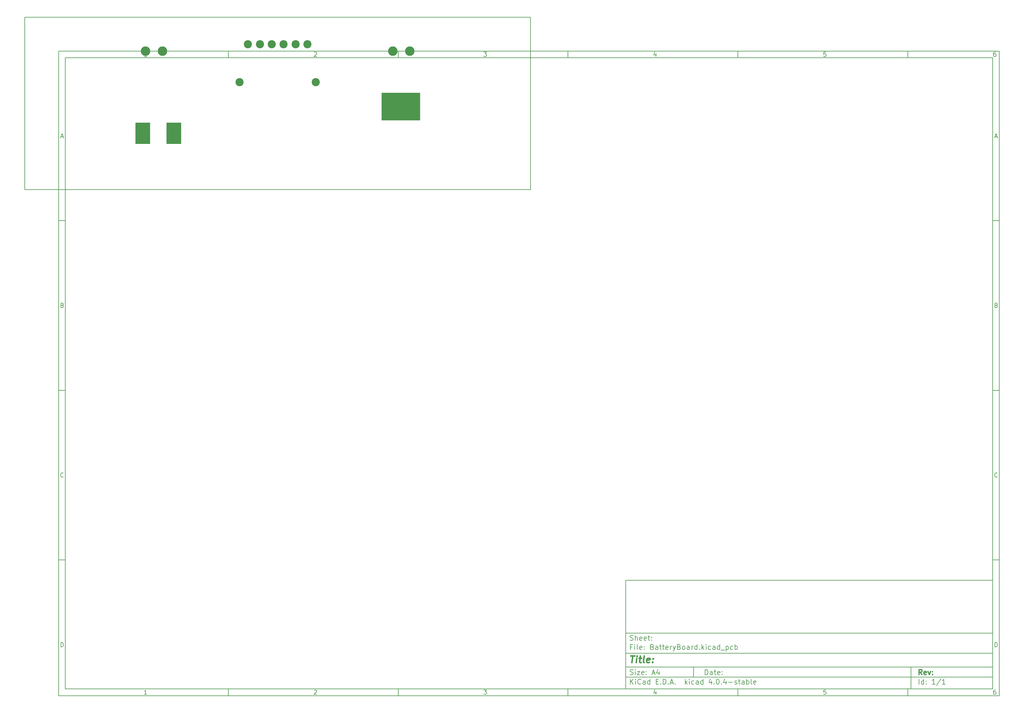
<source format=gbr>
G04 #@! TF.FileFunction,Soldermask,Bot*
%FSLAX46Y46*%
G04 Gerber Fmt 4.6, Leading zero omitted, Abs format (unit mm)*
G04 Created by KiCad (PCBNEW 4.0.4-stable) date Saturday, July 15, 2017 'PMt' 05:06:53 PM*
%MOMM*%
%LPD*%
G01*
G04 APERTURE LIST*
%ADD10C,0.100000*%
%ADD11C,0.150000*%
%ADD12C,0.300000*%
%ADD13C,0.400000*%
%ADD14C,2.400000*%
%ADD15R,2.370000X2.346000*%
%ADD16C,2.800000*%
%ADD17R,1.400000X1.400000*%
G04 APERTURE END LIST*
D10*
D11*
X177002200Y-166007200D02*
X177002200Y-198007200D01*
X285002200Y-198007200D01*
X285002200Y-166007200D01*
X177002200Y-166007200D01*
D10*
D11*
X10000000Y-10000000D02*
X10000000Y-200007200D01*
X287002200Y-200007200D01*
X287002200Y-10000000D01*
X10000000Y-10000000D01*
D10*
D11*
X12000000Y-12000000D02*
X12000000Y-198007200D01*
X285002200Y-198007200D01*
X285002200Y-12000000D01*
X12000000Y-12000000D01*
D10*
D11*
X60000000Y-12000000D02*
X60000000Y-10000000D01*
D10*
D11*
X110000000Y-12000000D02*
X110000000Y-10000000D01*
D10*
D11*
X160000000Y-12000000D02*
X160000000Y-10000000D01*
D10*
D11*
X210000000Y-12000000D02*
X210000000Y-10000000D01*
D10*
D11*
X260000000Y-12000000D02*
X260000000Y-10000000D01*
D10*
D11*
X35990476Y-11588095D02*
X35247619Y-11588095D01*
X35619048Y-11588095D02*
X35619048Y-10288095D01*
X35495238Y-10473810D01*
X35371429Y-10597619D01*
X35247619Y-10659524D01*
D10*
D11*
X85247619Y-10411905D02*
X85309524Y-10350000D01*
X85433333Y-10288095D01*
X85742857Y-10288095D01*
X85866667Y-10350000D01*
X85928571Y-10411905D01*
X85990476Y-10535714D01*
X85990476Y-10659524D01*
X85928571Y-10845238D01*
X85185714Y-11588095D01*
X85990476Y-11588095D01*
D10*
D11*
X135185714Y-10288095D02*
X135990476Y-10288095D01*
X135557143Y-10783333D01*
X135742857Y-10783333D01*
X135866667Y-10845238D01*
X135928571Y-10907143D01*
X135990476Y-11030952D01*
X135990476Y-11340476D01*
X135928571Y-11464286D01*
X135866667Y-11526190D01*
X135742857Y-11588095D01*
X135371429Y-11588095D01*
X135247619Y-11526190D01*
X135185714Y-11464286D01*
D10*
D11*
X185866667Y-10721429D02*
X185866667Y-11588095D01*
X185557143Y-10226190D02*
X185247619Y-11154762D01*
X186052381Y-11154762D01*
D10*
D11*
X235928571Y-10288095D02*
X235309524Y-10288095D01*
X235247619Y-10907143D01*
X235309524Y-10845238D01*
X235433333Y-10783333D01*
X235742857Y-10783333D01*
X235866667Y-10845238D01*
X235928571Y-10907143D01*
X235990476Y-11030952D01*
X235990476Y-11340476D01*
X235928571Y-11464286D01*
X235866667Y-11526190D01*
X235742857Y-11588095D01*
X235433333Y-11588095D01*
X235309524Y-11526190D01*
X235247619Y-11464286D01*
D10*
D11*
X285866667Y-10288095D02*
X285619048Y-10288095D01*
X285495238Y-10350000D01*
X285433333Y-10411905D01*
X285309524Y-10597619D01*
X285247619Y-10845238D01*
X285247619Y-11340476D01*
X285309524Y-11464286D01*
X285371429Y-11526190D01*
X285495238Y-11588095D01*
X285742857Y-11588095D01*
X285866667Y-11526190D01*
X285928571Y-11464286D01*
X285990476Y-11340476D01*
X285990476Y-11030952D01*
X285928571Y-10907143D01*
X285866667Y-10845238D01*
X285742857Y-10783333D01*
X285495238Y-10783333D01*
X285371429Y-10845238D01*
X285309524Y-10907143D01*
X285247619Y-11030952D01*
D10*
D11*
X60000000Y-198007200D02*
X60000000Y-200007200D01*
D10*
D11*
X110000000Y-198007200D02*
X110000000Y-200007200D01*
D10*
D11*
X160000000Y-198007200D02*
X160000000Y-200007200D01*
D10*
D11*
X210000000Y-198007200D02*
X210000000Y-200007200D01*
D10*
D11*
X260000000Y-198007200D02*
X260000000Y-200007200D01*
D10*
D11*
X35990476Y-199595295D02*
X35247619Y-199595295D01*
X35619048Y-199595295D02*
X35619048Y-198295295D01*
X35495238Y-198481010D01*
X35371429Y-198604819D01*
X35247619Y-198666724D01*
D10*
D11*
X85247619Y-198419105D02*
X85309524Y-198357200D01*
X85433333Y-198295295D01*
X85742857Y-198295295D01*
X85866667Y-198357200D01*
X85928571Y-198419105D01*
X85990476Y-198542914D01*
X85990476Y-198666724D01*
X85928571Y-198852438D01*
X85185714Y-199595295D01*
X85990476Y-199595295D01*
D10*
D11*
X135185714Y-198295295D02*
X135990476Y-198295295D01*
X135557143Y-198790533D01*
X135742857Y-198790533D01*
X135866667Y-198852438D01*
X135928571Y-198914343D01*
X135990476Y-199038152D01*
X135990476Y-199347676D01*
X135928571Y-199471486D01*
X135866667Y-199533390D01*
X135742857Y-199595295D01*
X135371429Y-199595295D01*
X135247619Y-199533390D01*
X135185714Y-199471486D01*
D10*
D11*
X185866667Y-198728629D02*
X185866667Y-199595295D01*
X185557143Y-198233390D02*
X185247619Y-199161962D01*
X186052381Y-199161962D01*
D10*
D11*
X235928571Y-198295295D02*
X235309524Y-198295295D01*
X235247619Y-198914343D01*
X235309524Y-198852438D01*
X235433333Y-198790533D01*
X235742857Y-198790533D01*
X235866667Y-198852438D01*
X235928571Y-198914343D01*
X235990476Y-199038152D01*
X235990476Y-199347676D01*
X235928571Y-199471486D01*
X235866667Y-199533390D01*
X235742857Y-199595295D01*
X235433333Y-199595295D01*
X235309524Y-199533390D01*
X235247619Y-199471486D01*
D10*
D11*
X285866667Y-198295295D02*
X285619048Y-198295295D01*
X285495238Y-198357200D01*
X285433333Y-198419105D01*
X285309524Y-198604819D01*
X285247619Y-198852438D01*
X285247619Y-199347676D01*
X285309524Y-199471486D01*
X285371429Y-199533390D01*
X285495238Y-199595295D01*
X285742857Y-199595295D01*
X285866667Y-199533390D01*
X285928571Y-199471486D01*
X285990476Y-199347676D01*
X285990476Y-199038152D01*
X285928571Y-198914343D01*
X285866667Y-198852438D01*
X285742857Y-198790533D01*
X285495238Y-198790533D01*
X285371429Y-198852438D01*
X285309524Y-198914343D01*
X285247619Y-199038152D01*
D10*
D11*
X10000000Y-60000000D02*
X12000000Y-60000000D01*
D10*
D11*
X10000000Y-110000000D02*
X12000000Y-110000000D01*
D10*
D11*
X10000000Y-160000000D02*
X12000000Y-160000000D01*
D10*
D11*
X10690476Y-35216667D02*
X11309524Y-35216667D01*
X10566667Y-35588095D02*
X11000000Y-34288095D01*
X11433333Y-35588095D01*
D10*
D11*
X11092857Y-84907143D02*
X11278571Y-84969048D01*
X11340476Y-85030952D01*
X11402381Y-85154762D01*
X11402381Y-85340476D01*
X11340476Y-85464286D01*
X11278571Y-85526190D01*
X11154762Y-85588095D01*
X10659524Y-85588095D01*
X10659524Y-84288095D01*
X11092857Y-84288095D01*
X11216667Y-84350000D01*
X11278571Y-84411905D01*
X11340476Y-84535714D01*
X11340476Y-84659524D01*
X11278571Y-84783333D01*
X11216667Y-84845238D01*
X11092857Y-84907143D01*
X10659524Y-84907143D01*
D10*
D11*
X11402381Y-135464286D02*
X11340476Y-135526190D01*
X11154762Y-135588095D01*
X11030952Y-135588095D01*
X10845238Y-135526190D01*
X10721429Y-135402381D01*
X10659524Y-135278571D01*
X10597619Y-135030952D01*
X10597619Y-134845238D01*
X10659524Y-134597619D01*
X10721429Y-134473810D01*
X10845238Y-134350000D01*
X11030952Y-134288095D01*
X11154762Y-134288095D01*
X11340476Y-134350000D01*
X11402381Y-134411905D01*
D10*
D11*
X10659524Y-185588095D02*
X10659524Y-184288095D01*
X10969048Y-184288095D01*
X11154762Y-184350000D01*
X11278571Y-184473810D01*
X11340476Y-184597619D01*
X11402381Y-184845238D01*
X11402381Y-185030952D01*
X11340476Y-185278571D01*
X11278571Y-185402381D01*
X11154762Y-185526190D01*
X10969048Y-185588095D01*
X10659524Y-185588095D01*
D10*
D11*
X287002200Y-60000000D02*
X285002200Y-60000000D01*
D10*
D11*
X287002200Y-110000000D02*
X285002200Y-110000000D01*
D10*
D11*
X287002200Y-160000000D02*
X285002200Y-160000000D01*
D10*
D11*
X285692676Y-35216667D02*
X286311724Y-35216667D01*
X285568867Y-35588095D02*
X286002200Y-34288095D01*
X286435533Y-35588095D01*
D10*
D11*
X286095057Y-84907143D02*
X286280771Y-84969048D01*
X286342676Y-85030952D01*
X286404581Y-85154762D01*
X286404581Y-85340476D01*
X286342676Y-85464286D01*
X286280771Y-85526190D01*
X286156962Y-85588095D01*
X285661724Y-85588095D01*
X285661724Y-84288095D01*
X286095057Y-84288095D01*
X286218867Y-84350000D01*
X286280771Y-84411905D01*
X286342676Y-84535714D01*
X286342676Y-84659524D01*
X286280771Y-84783333D01*
X286218867Y-84845238D01*
X286095057Y-84907143D01*
X285661724Y-84907143D01*
D10*
D11*
X286404581Y-135464286D02*
X286342676Y-135526190D01*
X286156962Y-135588095D01*
X286033152Y-135588095D01*
X285847438Y-135526190D01*
X285723629Y-135402381D01*
X285661724Y-135278571D01*
X285599819Y-135030952D01*
X285599819Y-134845238D01*
X285661724Y-134597619D01*
X285723629Y-134473810D01*
X285847438Y-134350000D01*
X286033152Y-134288095D01*
X286156962Y-134288095D01*
X286342676Y-134350000D01*
X286404581Y-134411905D01*
D10*
D11*
X285661724Y-185588095D02*
X285661724Y-184288095D01*
X285971248Y-184288095D01*
X286156962Y-184350000D01*
X286280771Y-184473810D01*
X286342676Y-184597619D01*
X286404581Y-184845238D01*
X286404581Y-185030952D01*
X286342676Y-185278571D01*
X286280771Y-185402381D01*
X286156962Y-185526190D01*
X285971248Y-185588095D01*
X285661724Y-185588095D01*
D10*
D11*
X200359343Y-193785771D02*
X200359343Y-192285771D01*
X200716486Y-192285771D01*
X200930771Y-192357200D01*
X201073629Y-192500057D01*
X201145057Y-192642914D01*
X201216486Y-192928629D01*
X201216486Y-193142914D01*
X201145057Y-193428629D01*
X201073629Y-193571486D01*
X200930771Y-193714343D01*
X200716486Y-193785771D01*
X200359343Y-193785771D01*
X202502200Y-193785771D02*
X202502200Y-193000057D01*
X202430771Y-192857200D01*
X202287914Y-192785771D01*
X202002200Y-192785771D01*
X201859343Y-192857200D01*
X202502200Y-193714343D02*
X202359343Y-193785771D01*
X202002200Y-193785771D01*
X201859343Y-193714343D01*
X201787914Y-193571486D01*
X201787914Y-193428629D01*
X201859343Y-193285771D01*
X202002200Y-193214343D01*
X202359343Y-193214343D01*
X202502200Y-193142914D01*
X203002200Y-192785771D02*
X203573629Y-192785771D01*
X203216486Y-192285771D02*
X203216486Y-193571486D01*
X203287914Y-193714343D01*
X203430772Y-193785771D01*
X203573629Y-193785771D01*
X204645057Y-193714343D02*
X204502200Y-193785771D01*
X204216486Y-193785771D01*
X204073629Y-193714343D01*
X204002200Y-193571486D01*
X204002200Y-193000057D01*
X204073629Y-192857200D01*
X204216486Y-192785771D01*
X204502200Y-192785771D01*
X204645057Y-192857200D01*
X204716486Y-193000057D01*
X204716486Y-193142914D01*
X204002200Y-193285771D01*
X205359343Y-193642914D02*
X205430771Y-193714343D01*
X205359343Y-193785771D01*
X205287914Y-193714343D01*
X205359343Y-193642914D01*
X205359343Y-193785771D01*
X205359343Y-192857200D02*
X205430771Y-192928629D01*
X205359343Y-193000057D01*
X205287914Y-192928629D01*
X205359343Y-192857200D01*
X205359343Y-193000057D01*
D10*
D11*
X177002200Y-194507200D02*
X285002200Y-194507200D01*
D10*
D11*
X178359343Y-196585771D02*
X178359343Y-195085771D01*
X179216486Y-196585771D02*
X178573629Y-195728629D01*
X179216486Y-195085771D02*
X178359343Y-195942914D01*
X179859343Y-196585771D02*
X179859343Y-195585771D01*
X179859343Y-195085771D02*
X179787914Y-195157200D01*
X179859343Y-195228629D01*
X179930771Y-195157200D01*
X179859343Y-195085771D01*
X179859343Y-195228629D01*
X181430772Y-196442914D02*
X181359343Y-196514343D01*
X181145057Y-196585771D01*
X181002200Y-196585771D01*
X180787915Y-196514343D01*
X180645057Y-196371486D01*
X180573629Y-196228629D01*
X180502200Y-195942914D01*
X180502200Y-195728629D01*
X180573629Y-195442914D01*
X180645057Y-195300057D01*
X180787915Y-195157200D01*
X181002200Y-195085771D01*
X181145057Y-195085771D01*
X181359343Y-195157200D01*
X181430772Y-195228629D01*
X182716486Y-196585771D02*
X182716486Y-195800057D01*
X182645057Y-195657200D01*
X182502200Y-195585771D01*
X182216486Y-195585771D01*
X182073629Y-195657200D01*
X182716486Y-196514343D02*
X182573629Y-196585771D01*
X182216486Y-196585771D01*
X182073629Y-196514343D01*
X182002200Y-196371486D01*
X182002200Y-196228629D01*
X182073629Y-196085771D01*
X182216486Y-196014343D01*
X182573629Y-196014343D01*
X182716486Y-195942914D01*
X184073629Y-196585771D02*
X184073629Y-195085771D01*
X184073629Y-196514343D02*
X183930772Y-196585771D01*
X183645058Y-196585771D01*
X183502200Y-196514343D01*
X183430772Y-196442914D01*
X183359343Y-196300057D01*
X183359343Y-195871486D01*
X183430772Y-195728629D01*
X183502200Y-195657200D01*
X183645058Y-195585771D01*
X183930772Y-195585771D01*
X184073629Y-195657200D01*
X185930772Y-195800057D02*
X186430772Y-195800057D01*
X186645058Y-196585771D02*
X185930772Y-196585771D01*
X185930772Y-195085771D01*
X186645058Y-195085771D01*
X187287915Y-196442914D02*
X187359343Y-196514343D01*
X187287915Y-196585771D01*
X187216486Y-196514343D01*
X187287915Y-196442914D01*
X187287915Y-196585771D01*
X188002201Y-196585771D02*
X188002201Y-195085771D01*
X188359344Y-195085771D01*
X188573629Y-195157200D01*
X188716487Y-195300057D01*
X188787915Y-195442914D01*
X188859344Y-195728629D01*
X188859344Y-195942914D01*
X188787915Y-196228629D01*
X188716487Y-196371486D01*
X188573629Y-196514343D01*
X188359344Y-196585771D01*
X188002201Y-196585771D01*
X189502201Y-196442914D02*
X189573629Y-196514343D01*
X189502201Y-196585771D01*
X189430772Y-196514343D01*
X189502201Y-196442914D01*
X189502201Y-196585771D01*
X190145058Y-196157200D02*
X190859344Y-196157200D01*
X190002201Y-196585771D02*
X190502201Y-195085771D01*
X191002201Y-196585771D01*
X191502201Y-196442914D02*
X191573629Y-196514343D01*
X191502201Y-196585771D01*
X191430772Y-196514343D01*
X191502201Y-196442914D01*
X191502201Y-196585771D01*
X194502201Y-196585771D02*
X194502201Y-195085771D01*
X194645058Y-196014343D02*
X195073629Y-196585771D01*
X195073629Y-195585771D02*
X194502201Y-196157200D01*
X195716487Y-196585771D02*
X195716487Y-195585771D01*
X195716487Y-195085771D02*
X195645058Y-195157200D01*
X195716487Y-195228629D01*
X195787915Y-195157200D01*
X195716487Y-195085771D01*
X195716487Y-195228629D01*
X197073630Y-196514343D02*
X196930773Y-196585771D01*
X196645059Y-196585771D01*
X196502201Y-196514343D01*
X196430773Y-196442914D01*
X196359344Y-196300057D01*
X196359344Y-195871486D01*
X196430773Y-195728629D01*
X196502201Y-195657200D01*
X196645059Y-195585771D01*
X196930773Y-195585771D01*
X197073630Y-195657200D01*
X198359344Y-196585771D02*
X198359344Y-195800057D01*
X198287915Y-195657200D01*
X198145058Y-195585771D01*
X197859344Y-195585771D01*
X197716487Y-195657200D01*
X198359344Y-196514343D02*
X198216487Y-196585771D01*
X197859344Y-196585771D01*
X197716487Y-196514343D01*
X197645058Y-196371486D01*
X197645058Y-196228629D01*
X197716487Y-196085771D01*
X197859344Y-196014343D01*
X198216487Y-196014343D01*
X198359344Y-195942914D01*
X199716487Y-196585771D02*
X199716487Y-195085771D01*
X199716487Y-196514343D02*
X199573630Y-196585771D01*
X199287916Y-196585771D01*
X199145058Y-196514343D01*
X199073630Y-196442914D01*
X199002201Y-196300057D01*
X199002201Y-195871486D01*
X199073630Y-195728629D01*
X199145058Y-195657200D01*
X199287916Y-195585771D01*
X199573630Y-195585771D01*
X199716487Y-195657200D01*
X202216487Y-195585771D02*
X202216487Y-196585771D01*
X201859344Y-195014343D02*
X201502201Y-196085771D01*
X202430773Y-196085771D01*
X203002201Y-196442914D02*
X203073629Y-196514343D01*
X203002201Y-196585771D01*
X202930772Y-196514343D01*
X203002201Y-196442914D01*
X203002201Y-196585771D01*
X204002201Y-195085771D02*
X204145058Y-195085771D01*
X204287915Y-195157200D01*
X204359344Y-195228629D01*
X204430773Y-195371486D01*
X204502201Y-195657200D01*
X204502201Y-196014343D01*
X204430773Y-196300057D01*
X204359344Y-196442914D01*
X204287915Y-196514343D01*
X204145058Y-196585771D01*
X204002201Y-196585771D01*
X203859344Y-196514343D01*
X203787915Y-196442914D01*
X203716487Y-196300057D01*
X203645058Y-196014343D01*
X203645058Y-195657200D01*
X203716487Y-195371486D01*
X203787915Y-195228629D01*
X203859344Y-195157200D01*
X204002201Y-195085771D01*
X205145058Y-196442914D02*
X205216486Y-196514343D01*
X205145058Y-196585771D01*
X205073629Y-196514343D01*
X205145058Y-196442914D01*
X205145058Y-196585771D01*
X206502201Y-195585771D02*
X206502201Y-196585771D01*
X206145058Y-195014343D02*
X205787915Y-196085771D01*
X206716487Y-196085771D01*
X207287915Y-196014343D02*
X208430772Y-196014343D01*
X209073629Y-196514343D02*
X209216486Y-196585771D01*
X209502201Y-196585771D01*
X209645058Y-196514343D01*
X209716486Y-196371486D01*
X209716486Y-196300057D01*
X209645058Y-196157200D01*
X209502201Y-196085771D01*
X209287915Y-196085771D01*
X209145058Y-196014343D01*
X209073629Y-195871486D01*
X209073629Y-195800057D01*
X209145058Y-195657200D01*
X209287915Y-195585771D01*
X209502201Y-195585771D01*
X209645058Y-195657200D01*
X210145058Y-195585771D02*
X210716487Y-195585771D01*
X210359344Y-195085771D02*
X210359344Y-196371486D01*
X210430772Y-196514343D01*
X210573630Y-196585771D01*
X210716487Y-196585771D01*
X211859344Y-196585771D02*
X211859344Y-195800057D01*
X211787915Y-195657200D01*
X211645058Y-195585771D01*
X211359344Y-195585771D01*
X211216487Y-195657200D01*
X211859344Y-196514343D02*
X211716487Y-196585771D01*
X211359344Y-196585771D01*
X211216487Y-196514343D01*
X211145058Y-196371486D01*
X211145058Y-196228629D01*
X211216487Y-196085771D01*
X211359344Y-196014343D01*
X211716487Y-196014343D01*
X211859344Y-195942914D01*
X212573630Y-196585771D02*
X212573630Y-195085771D01*
X212573630Y-195657200D02*
X212716487Y-195585771D01*
X213002201Y-195585771D01*
X213145058Y-195657200D01*
X213216487Y-195728629D01*
X213287916Y-195871486D01*
X213287916Y-196300057D01*
X213216487Y-196442914D01*
X213145058Y-196514343D01*
X213002201Y-196585771D01*
X212716487Y-196585771D01*
X212573630Y-196514343D01*
X214145059Y-196585771D02*
X214002201Y-196514343D01*
X213930773Y-196371486D01*
X213930773Y-195085771D01*
X215287915Y-196514343D02*
X215145058Y-196585771D01*
X214859344Y-196585771D01*
X214716487Y-196514343D01*
X214645058Y-196371486D01*
X214645058Y-195800057D01*
X214716487Y-195657200D01*
X214859344Y-195585771D01*
X215145058Y-195585771D01*
X215287915Y-195657200D01*
X215359344Y-195800057D01*
X215359344Y-195942914D01*
X214645058Y-196085771D01*
D10*
D11*
X177002200Y-191507200D02*
X285002200Y-191507200D01*
D10*
D12*
X264216486Y-193785771D02*
X263716486Y-193071486D01*
X263359343Y-193785771D02*
X263359343Y-192285771D01*
X263930771Y-192285771D01*
X264073629Y-192357200D01*
X264145057Y-192428629D01*
X264216486Y-192571486D01*
X264216486Y-192785771D01*
X264145057Y-192928629D01*
X264073629Y-193000057D01*
X263930771Y-193071486D01*
X263359343Y-193071486D01*
X265430771Y-193714343D02*
X265287914Y-193785771D01*
X265002200Y-193785771D01*
X264859343Y-193714343D01*
X264787914Y-193571486D01*
X264787914Y-193000057D01*
X264859343Y-192857200D01*
X265002200Y-192785771D01*
X265287914Y-192785771D01*
X265430771Y-192857200D01*
X265502200Y-193000057D01*
X265502200Y-193142914D01*
X264787914Y-193285771D01*
X266002200Y-192785771D02*
X266359343Y-193785771D01*
X266716485Y-192785771D01*
X267287914Y-193642914D02*
X267359342Y-193714343D01*
X267287914Y-193785771D01*
X267216485Y-193714343D01*
X267287914Y-193642914D01*
X267287914Y-193785771D01*
X267287914Y-192857200D02*
X267359342Y-192928629D01*
X267287914Y-193000057D01*
X267216485Y-192928629D01*
X267287914Y-192857200D01*
X267287914Y-193000057D01*
D10*
D11*
X178287914Y-193714343D02*
X178502200Y-193785771D01*
X178859343Y-193785771D01*
X179002200Y-193714343D01*
X179073629Y-193642914D01*
X179145057Y-193500057D01*
X179145057Y-193357200D01*
X179073629Y-193214343D01*
X179002200Y-193142914D01*
X178859343Y-193071486D01*
X178573629Y-193000057D01*
X178430771Y-192928629D01*
X178359343Y-192857200D01*
X178287914Y-192714343D01*
X178287914Y-192571486D01*
X178359343Y-192428629D01*
X178430771Y-192357200D01*
X178573629Y-192285771D01*
X178930771Y-192285771D01*
X179145057Y-192357200D01*
X179787914Y-193785771D02*
X179787914Y-192785771D01*
X179787914Y-192285771D02*
X179716485Y-192357200D01*
X179787914Y-192428629D01*
X179859342Y-192357200D01*
X179787914Y-192285771D01*
X179787914Y-192428629D01*
X180359343Y-192785771D02*
X181145057Y-192785771D01*
X180359343Y-193785771D01*
X181145057Y-193785771D01*
X182287914Y-193714343D02*
X182145057Y-193785771D01*
X181859343Y-193785771D01*
X181716486Y-193714343D01*
X181645057Y-193571486D01*
X181645057Y-193000057D01*
X181716486Y-192857200D01*
X181859343Y-192785771D01*
X182145057Y-192785771D01*
X182287914Y-192857200D01*
X182359343Y-193000057D01*
X182359343Y-193142914D01*
X181645057Y-193285771D01*
X183002200Y-193642914D02*
X183073628Y-193714343D01*
X183002200Y-193785771D01*
X182930771Y-193714343D01*
X183002200Y-193642914D01*
X183002200Y-193785771D01*
X183002200Y-192857200D02*
X183073628Y-192928629D01*
X183002200Y-193000057D01*
X182930771Y-192928629D01*
X183002200Y-192857200D01*
X183002200Y-193000057D01*
X184787914Y-193357200D02*
X185502200Y-193357200D01*
X184645057Y-193785771D02*
X185145057Y-192285771D01*
X185645057Y-193785771D01*
X186787914Y-192785771D02*
X186787914Y-193785771D01*
X186430771Y-192214343D02*
X186073628Y-193285771D01*
X187002200Y-193285771D01*
D10*
D11*
X263359343Y-196585771D02*
X263359343Y-195085771D01*
X264716486Y-196585771D02*
X264716486Y-195085771D01*
X264716486Y-196514343D02*
X264573629Y-196585771D01*
X264287915Y-196585771D01*
X264145057Y-196514343D01*
X264073629Y-196442914D01*
X264002200Y-196300057D01*
X264002200Y-195871486D01*
X264073629Y-195728629D01*
X264145057Y-195657200D01*
X264287915Y-195585771D01*
X264573629Y-195585771D01*
X264716486Y-195657200D01*
X265430772Y-196442914D02*
X265502200Y-196514343D01*
X265430772Y-196585771D01*
X265359343Y-196514343D01*
X265430772Y-196442914D01*
X265430772Y-196585771D01*
X265430772Y-195657200D02*
X265502200Y-195728629D01*
X265430772Y-195800057D01*
X265359343Y-195728629D01*
X265430772Y-195657200D01*
X265430772Y-195800057D01*
X268073629Y-196585771D02*
X267216486Y-196585771D01*
X267645058Y-196585771D02*
X267645058Y-195085771D01*
X267502201Y-195300057D01*
X267359343Y-195442914D01*
X267216486Y-195514343D01*
X269787914Y-195014343D02*
X268502200Y-196942914D01*
X271073629Y-196585771D02*
X270216486Y-196585771D01*
X270645058Y-196585771D02*
X270645058Y-195085771D01*
X270502201Y-195300057D01*
X270359343Y-195442914D01*
X270216486Y-195514343D01*
D10*
D11*
X177002200Y-187507200D02*
X285002200Y-187507200D01*
D10*
D13*
X178454581Y-188211962D02*
X179597438Y-188211962D01*
X178776010Y-190211962D02*
X179026010Y-188211962D01*
X180014105Y-190211962D02*
X180180771Y-188878629D01*
X180264105Y-188211962D02*
X180156962Y-188307200D01*
X180240295Y-188402438D01*
X180347439Y-188307200D01*
X180264105Y-188211962D01*
X180240295Y-188402438D01*
X180847438Y-188878629D02*
X181609343Y-188878629D01*
X181216486Y-188211962D02*
X181002200Y-189926248D01*
X181073630Y-190116724D01*
X181252201Y-190211962D01*
X181442677Y-190211962D01*
X182395058Y-190211962D02*
X182216487Y-190116724D01*
X182145057Y-189926248D01*
X182359343Y-188211962D01*
X183930772Y-190116724D02*
X183728391Y-190211962D01*
X183347439Y-190211962D01*
X183168867Y-190116724D01*
X183097438Y-189926248D01*
X183192676Y-189164343D01*
X183311724Y-188973867D01*
X183514105Y-188878629D01*
X183895057Y-188878629D01*
X184073629Y-188973867D01*
X184145057Y-189164343D01*
X184121248Y-189354819D01*
X183145057Y-189545295D01*
X184895057Y-190021486D02*
X184978392Y-190116724D01*
X184871248Y-190211962D01*
X184787915Y-190116724D01*
X184895057Y-190021486D01*
X184871248Y-190211962D01*
X185026010Y-188973867D02*
X185109344Y-189069105D01*
X185002200Y-189164343D01*
X184918867Y-189069105D01*
X185026010Y-188973867D01*
X185002200Y-189164343D01*
D10*
D11*
X178859343Y-185600057D02*
X178359343Y-185600057D01*
X178359343Y-186385771D02*
X178359343Y-184885771D01*
X179073629Y-184885771D01*
X179645057Y-186385771D02*
X179645057Y-185385771D01*
X179645057Y-184885771D02*
X179573628Y-184957200D01*
X179645057Y-185028629D01*
X179716485Y-184957200D01*
X179645057Y-184885771D01*
X179645057Y-185028629D01*
X180573629Y-186385771D02*
X180430771Y-186314343D01*
X180359343Y-186171486D01*
X180359343Y-184885771D01*
X181716485Y-186314343D02*
X181573628Y-186385771D01*
X181287914Y-186385771D01*
X181145057Y-186314343D01*
X181073628Y-186171486D01*
X181073628Y-185600057D01*
X181145057Y-185457200D01*
X181287914Y-185385771D01*
X181573628Y-185385771D01*
X181716485Y-185457200D01*
X181787914Y-185600057D01*
X181787914Y-185742914D01*
X181073628Y-185885771D01*
X182430771Y-186242914D02*
X182502199Y-186314343D01*
X182430771Y-186385771D01*
X182359342Y-186314343D01*
X182430771Y-186242914D01*
X182430771Y-186385771D01*
X182430771Y-185457200D02*
X182502199Y-185528629D01*
X182430771Y-185600057D01*
X182359342Y-185528629D01*
X182430771Y-185457200D01*
X182430771Y-185600057D01*
X184787914Y-185600057D02*
X185002200Y-185671486D01*
X185073628Y-185742914D01*
X185145057Y-185885771D01*
X185145057Y-186100057D01*
X185073628Y-186242914D01*
X185002200Y-186314343D01*
X184859342Y-186385771D01*
X184287914Y-186385771D01*
X184287914Y-184885771D01*
X184787914Y-184885771D01*
X184930771Y-184957200D01*
X185002200Y-185028629D01*
X185073628Y-185171486D01*
X185073628Y-185314343D01*
X185002200Y-185457200D01*
X184930771Y-185528629D01*
X184787914Y-185600057D01*
X184287914Y-185600057D01*
X186430771Y-186385771D02*
X186430771Y-185600057D01*
X186359342Y-185457200D01*
X186216485Y-185385771D01*
X185930771Y-185385771D01*
X185787914Y-185457200D01*
X186430771Y-186314343D02*
X186287914Y-186385771D01*
X185930771Y-186385771D01*
X185787914Y-186314343D01*
X185716485Y-186171486D01*
X185716485Y-186028629D01*
X185787914Y-185885771D01*
X185930771Y-185814343D01*
X186287914Y-185814343D01*
X186430771Y-185742914D01*
X186930771Y-185385771D02*
X187502200Y-185385771D01*
X187145057Y-184885771D02*
X187145057Y-186171486D01*
X187216485Y-186314343D01*
X187359343Y-186385771D01*
X187502200Y-186385771D01*
X187787914Y-185385771D02*
X188359343Y-185385771D01*
X188002200Y-184885771D02*
X188002200Y-186171486D01*
X188073628Y-186314343D01*
X188216486Y-186385771D01*
X188359343Y-186385771D01*
X189430771Y-186314343D02*
X189287914Y-186385771D01*
X189002200Y-186385771D01*
X188859343Y-186314343D01*
X188787914Y-186171486D01*
X188787914Y-185600057D01*
X188859343Y-185457200D01*
X189002200Y-185385771D01*
X189287914Y-185385771D01*
X189430771Y-185457200D01*
X189502200Y-185600057D01*
X189502200Y-185742914D01*
X188787914Y-185885771D01*
X190145057Y-186385771D02*
X190145057Y-185385771D01*
X190145057Y-185671486D02*
X190216485Y-185528629D01*
X190287914Y-185457200D01*
X190430771Y-185385771D01*
X190573628Y-185385771D01*
X190930771Y-185385771D02*
X191287914Y-186385771D01*
X191645056Y-185385771D02*
X191287914Y-186385771D01*
X191145056Y-186742914D01*
X191073628Y-186814343D01*
X190930771Y-186885771D01*
X192716485Y-185600057D02*
X192930771Y-185671486D01*
X193002199Y-185742914D01*
X193073628Y-185885771D01*
X193073628Y-186100057D01*
X193002199Y-186242914D01*
X192930771Y-186314343D01*
X192787913Y-186385771D01*
X192216485Y-186385771D01*
X192216485Y-184885771D01*
X192716485Y-184885771D01*
X192859342Y-184957200D01*
X192930771Y-185028629D01*
X193002199Y-185171486D01*
X193002199Y-185314343D01*
X192930771Y-185457200D01*
X192859342Y-185528629D01*
X192716485Y-185600057D01*
X192216485Y-185600057D01*
X193930771Y-186385771D02*
X193787913Y-186314343D01*
X193716485Y-186242914D01*
X193645056Y-186100057D01*
X193645056Y-185671486D01*
X193716485Y-185528629D01*
X193787913Y-185457200D01*
X193930771Y-185385771D01*
X194145056Y-185385771D01*
X194287913Y-185457200D01*
X194359342Y-185528629D01*
X194430771Y-185671486D01*
X194430771Y-186100057D01*
X194359342Y-186242914D01*
X194287913Y-186314343D01*
X194145056Y-186385771D01*
X193930771Y-186385771D01*
X195716485Y-186385771D02*
X195716485Y-185600057D01*
X195645056Y-185457200D01*
X195502199Y-185385771D01*
X195216485Y-185385771D01*
X195073628Y-185457200D01*
X195716485Y-186314343D02*
X195573628Y-186385771D01*
X195216485Y-186385771D01*
X195073628Y-186314343D01*
X195002199Y-186171486D01*
X195002199Y-186028629D01*
X195073628Y-185885771D01*
X195216485Y-185814343D01*
X195573628Y-185814343D01*
X195716485Y-185742914D01*
X196430771Y-186385771D02*
X196430771Y-185385771D01*
X196430771Y-185671486D02*
X196502199Y-185528629D01*
X196573628Y-185457200D01*
X196716485Y-185385771D01*
X196859342Y-185385771D01*
X198002199Y-186385771D02*
X198002199Y-184885771D01*
X198002199Y-186314343D02*
X197859342Y-186385771D01*
X197573628Y-186385771D01*
X197430770Y-186314343D01*
X197359342Y-186242914D01*
X197287913Y-186100057D01*
X197287913Y-185671486D01*
X197359342Y-185528629D01*
X197430770Y-185457200D01*
X197573628Y-185385771D01*
X197859342Y-185385771D01*
X198002199Y-185457200D01*
X198716485Y-186242914D02*
X198787913Y-186314343D01*
X198716485Y-186385771D01*
X198645056Y-186314343D01*
X198716485Y-186242914D01*
X198716485Y-186385771D01*
X199430771Y-186385771D02*
X199430771Y-184885771D01*
X199573628Y-185814343D02*
X200002199Y-186385771D01*
X200002199Y-185385771D02*
X199430771Y-185957200D01*
X200645057Y-186385771D02*
X200645057Y-185385771D01*
X200645057Y-184885771D02*
X200573628Y-184957200D01*
X200645057Y-185028629D01*
X200716485Y-184957200D01*
X200645057Y-184885771D01*
X200645057Y-185028629D01*
X202002200Y-186314343D02*
X201859343Y-186385771D01*
X201573629Y-186385771D01*
X201430771Y-186314343D01*
X201359343Y-186242914D01*
X201287914Y-186100057D01*
X201287914Y-185671486D01*
X201359343Y-185528629D01*
X201430771Y-185457200D01*
X201573629Y-185385771D01*
X201859343Y-185385771D01*
X202002200Y-185457200D01*
X203287914Y-186385771D02*
X203287914Y-185600057D01*
X203216485Y-185457200D01*
X203073628Y-185385771D01*
X202787914Y-185385771D01*
X202645057Y-185457200D01*
X203287914Y-186314343D02*
X203145057Y-186385771D01*
X202787914Y-186385771D01*
X202645057Y-186314343D01*
X202573628Y-186171486D01*
X202573628Y-186028629D01*
X202645057Y-185885771D01*
X202787914Y-185814343D01*
X203145057Y-185814343D01*
X203287914Y-185742914D01*
X204645057Y-186385771D02*
X204645057Y-184885771D01*
X204645057Y-186314343D02*
X204502200Y-186385771D01*
X204216486Y-186385771D01*
X204073628Y-186314343D01*
X204002200Y-186242914D01*
X203930771Y-186100057D01*
X203930771Y-185671486D01*
X204002200Y-185528629D01*
X204073628Y-185457200D01*
X204216486Y-185385771D01*
X204502200Y-185385771D01*
X204645057Y-185457200D01*
X205002200Y-186528629D02*
X206145057Y-186528629D01*
X206502200Y-185385771D02*
X206502200Y-186885771D01*
X206502200Y-185457200D02*
X206645057Y-185385771D01*
X206930771Y-185385771D01*
X207073628Y-185457200D01*
X207145057Y-185528629D01*
X207216486Y-185671486D01*
X207216486Y-186100057D01*
X207145057Y-186242914D01*
X207073628Y-186314343D01*
X206930771Y-186385771D01*
X206645057Y-186385771D01*
X206502200Y-186314343D01*
X208502200Y-186314343D02*
X208359343Y-186385771D01*
X208073629Y-186385771D01*
X207930771Y-186314343D01*
X207859343Y-186242914D01*
X207787914Y-186100057D01*
X207787914Y-185671486D01*
X207859343Y-185528629D01*
X207930771Y-185457200D01*
X208073629Y-185385771D01*
X208359343Y-185385771D01*
X208502200Y-185457200D01*
X209145057Y-186385771D02*
X209145057Y-184885771D01*
X209145057Y-185457200D02*
X209287914Y-185385771D01*
X209573628Y-185385771D01*
X209716485Y-185457200D01*
X209787914Y-185528629D01*
X209859343Y-185671486D01*
X209859343Y-186100057D01*
X209787914Y-186242914D01*
X209716485Y-186314343D01*
X209573628Y-186385771D01*
X209287914Y-186385771D01*
X209145057Y-186314343D01*
D10*
D11*
X177002200Y-181507200D02*
X285002200Y-181507200D01*
D10*
D11*
X178287914Y-183614343D02*
X178502200Y-183685771D01*
X178859343Y-183685771D01*
X179002200Y-183614343D01*
X179073629Y-183542914D01*
X179145057Y-183400057D01*
X179145057Y-183257200D01*
X179073629Y-183114343D01*
X179002200Y-183042914D01*
X178859343Y-182971486D01*
X178573629Y-182900057D01*
X178430771Y-182828629D01*
X178359343Y-182757200D01*
X178287914Y-182614343D01*
X178287914Y-182471486D01*
X178359343Y-182328629D01*
X178430771Y-182257200D01*
X178573629Y-182185771D01*
X178930771Y-182185771D01*
X179145057Y-182257200D01*
X179787914Y-183685771D02*
X179787914Y-182185771D01*
X180430771Y-183685771D02*
X180430771Y-182900057D01*
X180359342Y-182757200D01*
X180216485Y-182685771D01*
X180002200Y-182685771D01*
X179859342Y-182757200D01*
X179787914Y-182828629D01*
X181716485Y-183614343D02*
X181573628Y-183685771D01*
X181287914Y-183685771D01*
X181145057Y-183614343D01*
X181073628Y-183471486D01*
X181073628Y-182900057D01*
X181145057Y-182757200D01*
X181287914Y-182685771D01*
X181573628Y-182685771D01*
X181716485Y-182757200D01*
X181787914Y-182900057D01*
X181787914Y-183042914D01*
X181073628Y-183185771D01*
X183002199Y-183614343D02*
X182859342Y-183685771D01*
X182573628Y-183685771D01*
X182430771Y-183614343D01*
X182359342Y-183471486D01*
X182359342Y-182900057D01*
X182430771Y-182757200D01*
X182573628Y-182685771D01*
X182859342Y-182685771D01*
X183002199Y-182757200D01*
X183073628Y-182900057D01*
X183073628Y-183042914D01*
X182359342Y-183185771D01*
X183502199Y-182685771D02*
X184073628Y-182685771D01*
X183716485Y-182185771D02*
X183716485Y-183471486D01*
X183787913Y-183614343D01*
X183930771Y-183685771D01*
X184073628Y-183685771D01*
X184573628Y-183542914D02*
X184645056Y-183614343D01*
X184573628Y-183685771D01*
X184502199Y-183614343D01*
X184573628Y-183542914D01*
X184573628Y-183685771D01*
X184573628Y-182757200D02*
X184645056Y-182828629D01*
X184573628Y-182900057D01*
X184502199Y-182828629D01*
X184573628Y-182757200D01*
X184573628Y-182900057D01*
D10*
D11*
X197002200Y-191507200D02*
X197002200Y-194507200D01*
D10*
D11*
X261002200Y-191507200D02*
X261002200Y-198007200D01*
X0Y-50800000D02*
X148971000Y-50800000D01*
X0Y0D02*
X0Y-50800000D01*
X148971000Y0D02*
X148971000Y-50800000D01*
X0Y0D02*
X148971000Y0D01*
D14*
X83250000Y-8000000D03*
X79750000Y-8000000D03*
X76250000Y-8000000D03*
X72750000Y-8000000D03*
X69250000Y-8000000D03*
X65750000Y-8000000D03*
D15*
X35760000Y-34250000D03*
X33790000Y-34250000D03*
X33790000Y-36196000D03*
X35760000Y-36196000D03*
X35760000Y-32304000D03*
X33790000Y-32304000D03*
X44910000Y-34250000D03*
X42940000Y-34250000D03*
X42940000Y-36196000D03*
X44910000Y-36196000D03*
X44910000Y-32304000D03*
X42940000Y-32304000D03*
D14*
X63250000Y-19150000D03*
X85750000Y-19150000D03*
D16*
X40600000Y-10000000D03*
X35600000Y-10000000D03*
X113400000Y-10000000D03*
X108400000Y-10000000D03*
D17*
X105760000Y-22935000D03*
X106760000Y-22935000D03*
X106760000Y-23935000D03*
X105760000Y-23935000D03*
X107760000Y-23935000D03*
X108760000Y-23935000D03*
X108760000Y-22935000D03*
X107760000Y-22935000D03*
X111760000Y-22935000D03*
X112760000Y-22935000D03*
X112760000Y-23935000D03*
X111760000Y-23935000D03*
X109760000Y-23935000D03*
X110760000Y-23935000D03*
X110760000Y-22935000D03*
X109760000Y-22935000D03*
X113760000Y-22935000D03*
X113760000Y-23935000D03*
X114760000Y-23935000D03*
X115760000Y-23935000D03*
X115760000Y-22935000D03*
X114760000Y-22935000D03*
X114760000Y-24935000D03*
X115760000Y-24935000D03*
X115760000Y-25935000D03*
X114760000Y-25935000D03*
X113760000Y-25935000D03*
X113760000Y-24935000D03*
X109760000Y-24935000D03*
X110760000Y-24935000D03*
X110760000Y-25935000D03*
X109760000Y-25935000D03*
X111760000Y-25935000D03*
X112760000Y-25935000D03*
X112760000Y-24935000D03*
X111760000Y-24935000D03*
X107760000Y-24935000D03*
X108760000Y-24935000D03*
X108760000Y-25935000D03*
X107760000Y-25935000D03*
X105760000Y-25935000D03*
X106760000Y-25935000D03*
X106760000Y-24935000D03*
X105760000Y-24935000D03*
X105760000Y-27705000D03*
X105760000Y-26925000D03*
X106760000Y-26925000D03*
X106760000Y-27705000D03*
X107760000Y-27705000D03*
X108760000Y-27705000D03*
X108760000Y-26925000D03*
X109760000Y-27705000D03*
X110760000Y-26925000D03*
X107760000Y-26925000D03*
X110760000Y-27705000D03*
X109760000Y-26925000D03*
X109760000Y-28705000D03*
X110760000Y-28705000D03*
X110760000Y-29705000D03*
X109760000Y-29705000D03*
X111760000Y-29705000D03*
X108760000Y-28705000D03*
X111760000Y-28705000D03*
X108760000Y-29705000D03*
X114760000Y-27705000D03*
X115760000Y-27705000D03*
X115760000Y-26925000D03*
X114760000Y-28705000D03*
X114760000Y-26925000D03*
X115760000Y-28705000D03*
X107760000Y-29705000D03*
X105760000Y-29705000D03*
X106760000Y-29705000D03*
X106760000Y-28705000D03*
X107760000Y-28705000D03*
X105760000Y-28705000D03*
X112760000Y-29705000D03*
X113760000Y-28705000D03*
X115760000Y-29705000D03*
X114760000Y-29705000D03*
X113760000Y-29705000D03*
X112760000Y-28705000D03*
X112760000Y-26925000D03*
X111760000Y-27705000D03*
X113760000Y-26925000D03*
X113760000Y-27705000D03*
X112760000Y-27705000D03*
X111760000Y-26925000D03*
M02*

</source>
